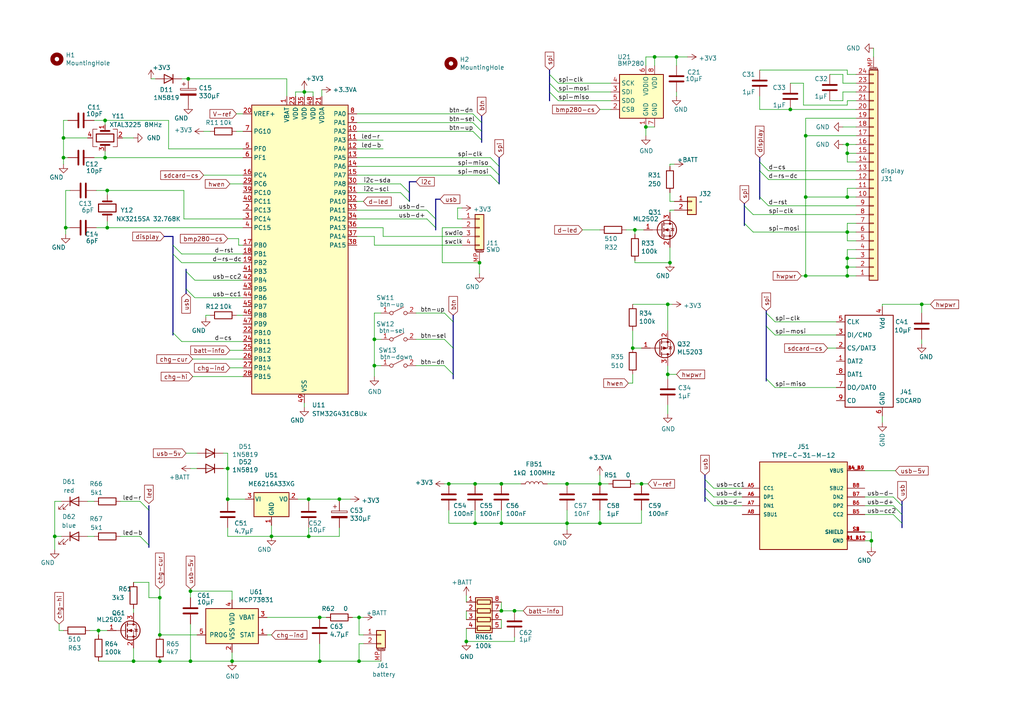
<source format=kicad_sch>
(kicad_sch (version 20230121) (generator eeschema)
  (paper "A4")
  (junction (at 252.73 156.845))
  (junction (at 46.355 184.15))
  (junction (at 183.515 100.965))
  (junction (at 89.535 144.78))
  (junction (at 245.745 44.45))
  (junction (at 98.425 144.78))
  (junction (at 187.325 36.83))
  (junction (at 267.335 88.265))
  (junction (at 145.415 140.335))
  (junction (at 54.61 22.86))
  (junction (at 31.115 66.04))
  (junction (at 30.48 45.72))
  (junction (at 15.875 155.575))
  (junction (at 229.235 31.75))
  (junction (at 137.795 151.765))
  (junction (at 104.14 191.77))
  (junction (at 55.245 171.45))
  (junction (at 173.99 151.765))
  (junction (at 193.675 88.265))
  (junction (at 139.065 76.2))
  (junction (at 18.415 45.72))
  (junction (at 130.175 140.335))
  (junction (at 245.745 74.93))
  (junction (at 137.795 140.335))
  (junction (at 38.735 191.77))
  (junction (at 88.265 26.67))
  (junction (at 104.14 179.07))
  (junction (at 66.04 135.89))
  (junction (at 19.05 66.04))
  (junction (at 245.745 57.15))
  (junction (at 31.115 55.245))
  (junction (at 233.68 39.37))
  (junction (at 196.215 16.51))
  (junction (at 66.04 144.78))
  (junction (at 233.68 80.01))
  (junction (at 194.31 76.2))
  (junction (at 245.745 77.47))
  (junction (at 245.745 67.31))
  (junction (at 135.255 186.055))
  (junction (at 92.71 191.77))
  (junction (at 245.745 80.01))
  (junction (at 149.225 177.165))
  (junction (at 46.355 173.355))
  (junction (at 18.415 40.005))
  (junction (at 164.465 151.765))
  (junction (at 78.74 155.575))
  (junction (at 145.415 177.165))
  (junction (at 108.585 106.045))
  (junction (at 164.465 140.335))
  (junction (at 245.745 41.91))
  (junction (at 108.585 98.425))
  (junction (at 145.415 151.765))
  (junction (at 233.68 57.15))
  (junction (at 55.245 191.77))
  (junction (at 92.71 179.07))
  (junction (at 30.48 34.925))
  (junction (at 173.99 140.335))
  (junction (at 67.31 191.77))
  (junction (at 46.355 191.77))
  (junction (at 189.865 16.51))
  (junction (at 89.535 155.575))
  (junction (at 184.15 66.675))
  (junction (at 28.575 182.88))
  (junction (at 186.055 140.335))
  (junction (at 193.675 108.585))
  (bus_entry (at 222.25 109.855) (size 2.54 2.54))
  (bus_entry (at 53.975 83.82) (size 2.54 2.54))
  (bus_entry (at 128.905 98.425) (size 2.54 2.54))
  (bus_entry (at 220.345 46.99) (size 2.54 2.54))
  (bus_entry (at 40.64 145.415) (size 2.54 2.54))
  (bus_entry (at 159.385 26.67) (size 2.54 2.54))
  (bus_entry (at 222.25 94.615) (size 2.54 2.54))
  (bus_entry (at 137.16 33.02) (size 2.54 2.54))
  (bus_entry (at 159.385 21.59) (size 2.54 2.54))
  (bus_entry (at 222.25 90.805) (size 2.54 2.54))
  (bus_entry (at 50.165 71.12) (size 2.54 2.54))
  (bus_entry (at 259.08 149.225) (size 2.54 2.54))
  (bus_entry (at 220.345 49.53) (size 2.54 2.54))
  (bus_entry (at 123.825 60.96) (size 2.54 2.54))
  (bus_entry (at 215.9 59.69) (size 2.54 2.54))
  (bus_entry (at 40.64 155.575) (size 2.54 2.54))
  (bus_entry (at 204.47 139.065) (size 2.54 2.54))
  (bus_entry (at 53.975 78.74) (size 2.54 2.54))
  (bus_entry (at 142.24 48.26) (size 2.54 2.54))
  (bus_entry (at 204.47 144.145) (size 2.54 2.54))
  (bus_entry (at 128.905 90.805) (size 2.54 2.54))
  (bus_entry (at 137.16 38.1) (size 2.54 2.54))
  (bus_entry (at 204.47 141.605) (size 2.54 2.54))
  (bus_entry (at 123.825 63.5) (size 2.54 2.54))
  (bus_entry (at 142.24 45.72) (size 2.54 2.54))
  (bus_entry (at 116.205 53.34) (size 2.54 2.54))
  (bus_entry (at 220.345 57.15) (size 2.54 2.54))
  (bus_entry (at 215.9 64.77) (size 2.54 2.54))
  (bus_entry (at 50.165 96.52) (size 2.54 2.54))
  (bus_entry (at 159.385 24.13) (size 2.54 2.54))
  (bus_entry (at 259.08 146.685) (size 2.54 2.54))
  (bus_entry (at 259.08 144.145) (size 2.54 2.54))
  (bus_entry (at 137.16 35.56) (size 2.54 2.54))
  (bus_entry (at 142.24 50.8) (size 2.54 2.54))
  (bus_entry (at 116.205 55.88) (size 2.54 2.54))
  (bus_entry (at 128.905 106.045) (size 2.54 2.54))
  (bus_entry (at 50.165 73.66) (size 2.54 2.54))
  (wire (pts (xy 27.305 34.925) (xy 30.48 34.925)))
  (wire (pts (xy 34.925 155.575) (xy 40.64 155.575)))
  (wire (pts (xy 30.48 45.72) (xy 70.485 45.72)))
  (wire (pts (xy 52.705 76.2) (xy 70.485 76.2)))
  (wire (pts (xy 245.745 74.93) (xy 248.285 74.93)))
  (wire (pts (xy 88.265 26.67) (xy 90.805 26.67)))
  (wire (pts (xy 135.255 177.165) (xy 135.255 179.705)))
  (wire (pts (xy 31.115 55.245) (xy 53.34 55.245)))
  (wire (pts (xy 19.05 55.245) (xy 20.32 55.245)))
  (wire (pts (xy 31.115 64.135) (xy 31.115 66.04)))
  (bus (pts (xy 159.385 20.32) (xy 159.385 21.59)))
  (wire (pts (xy 244.475 41.91) (xy 245.745 41.91)))
  (wire (pts (xy 194.31 55.88) (xy 194.31 58.42)))
  (wire (pts (xy 30.48 34.925) (xy 48.895 34.925)))
  (wire (pts (xy 253.365 13.97) (xy 253.365 16.51)))
  (wire (pts (xy 85.725 26.67) (xy 85.725 27.94)))
  (wire (pts (xy 66.675 106.68) (xy 70.485 106.68)))
  (wire (pts (xy 104.14 191.77) (xy 104.14 186.69)))
  (bus (pts (xy 126.365 63.5) (xy 126.365 66.04)))
  (wire (pts (xy 189.865 19.05) (xy 189.865 16.51)))
  (wire (pts (xy 68.58 91.44) (xy 70.485 91.44)))
  (wire (pts (xy 28.575 191.77) (xy 38.735 191.77)))
  (bus (pts (xy 50.165 96.52) (xy 50.165 97.155)))
  (wire (pts (xy 173.99 137.795) (xy 173.99 140.335)))
  (wire (pts (xy 69.215 71.12) (xy 70.485 71.12)))
  (bus (pts (xy 144.78 50.8) (xy 144.78 53.34)))
  (wire (pts (xy 145.415 177.165) (xy 149.225 177.165)))
  (wire (pts (xy 186.055 140.335) (xy 187.96 140.335)))
  (bus (pts (xy 50.165 68.58) (xy 50.165 71.12)))
  (wire (pts (xy 182.245 111.125) (xy 183.515 111.125)))
  (wire (pts (xy 173.99 151.765) (xy 186.055 151.765)))
  (wire (pts (xy 193.675 106.045) (xy 193.675 108.585)))
  (wire (pts (xy 108.585 90.805) (xy 108.585 98.425)))
  (wire (pts (xy 195.58 60.96) (xy 194.31 60.96)))
  (wire (pts (xy 233.68 39.37) (xy 248.285 39.37)))
  (wire (pts (xy 248.285 31.75) (xy 229.235 31.75)))
  (wire (pts (xy 66.04 155.575) (xy 78.74 155.575)))
  (wire (pts (xy 19.05 66.04) (xy 20.32 66.04)))
  (wire (pts (xy 15.875 145.415) (xy 17.78 145.415)))
  (bus (pts (xy 50.165 71.12) (xy 50.165 73.66)))
  (wire (pts (xy 103.505 68.58) (xy 108.585 68.58)))
  (wire (pts (xy 220.345 20.32) (xy 245.745 20.32)))
  (wire (pts (xy 92.71 191.77) (xy 104.14 191.77)))
  (wire (pts (xy 196.215 16.51) (xy 199.39 16.51)))
  (wire (pts (xy 103.505 66.04) (xy 111.125 66.04)))
  (wire (pts (xy 77.47 184.15) (xy 78.74 184.15)))
  (bus (pts (xy 222.25 109.855) (xy 222.25 110.49)))
  (wire (pts (xy 46.355 184.15) (xy 57.15 184.15)))
  (bus (pts (xy 159.385 24.13) (xy 159.385 26.67)))
  (wire (pts (xy 164.465 147.955) (xy 164.465 151.765)))
  (wire (pts (xy 111.125 66.04) (xy 111.125 68.58)))
  (wire (pts (xy 158.75 140.335) (xy 164.465 140.335)))
  (wire (pts (xy 245.745 54.61) (xy 245.745 57.15)))
  (wire (pts (xy 30.48 43.815) (xy 30.48 45.72)))
  (bus (pts (xy 118.745 58.42) (xy 118.745 55.88)))
  (bus (pts (xy 127.635 57.785) (xy 126.365 57.785)))
  (bus (pts (xy 222.25 90.805) (xy 222.25 94.615)))
  (wire (pts (xy 103.505 48.26) (xy 142.24 48.26)))
  (wire (pts (xy 250.825 136.525) (xy 259.715 136.525)))
  (wire (pts (xy 25.4 145.415) (xy 27.305 145.415)))
  (bus (pts (xy 204.47 144.145) (xy 204.47 145.415)))
  (wire (pts (xy 15.875 155.575) (xy 17.78 155.575)))
  (wire (pts (xy 54.61 22.86) (xy 83.185 22.86)))
  (wire (pts (xy 245.745 44.45) (xy 245.745 46.99)))
  (wire (pts (xy 149.225 186.055) (xy 149.225 184.785)))
  (wire (pts (xy 145.415 140.335) (xy 151.13 140.335)))
  (wire (pts (xy 245.745 20.32) (xy 245.745 21.59)))
  (wire (pts (xy 108.585 68.58) (xy 108.585 71.12)))
  (wire (pts (xy 18.415 45.72) (xy 18.415 47.625)))
  (wire (pts (xy 240.665 21.59) (xy 244.475 21.59)))
  (wire (pts (xy 18.415 40.005) (xy 18.415 45.72)))
  (wire (pts (xy 173.99 140.335) (xy 176.53 140.335)))
  (wire (pts (xy 92.71 186.69) (xy 92.71 191.77)))
  (wire (pts (xy 250.825 144.145) (xy 259.08 144.145)))
  (wire (pts (xy 128.27 66.04) (xy 133.985 66.04)))
  (wire (pts (xy 88.265 116.84) (xy 88.265 118.11)))
  (wire (pts (xy 103.505 60.96) (xy 123.825 60.96)))
  (wire (pts (xy 248.285 49.53) (xy 222.885 49.53)))
  (wire (pts (xy 248.285 44.45) (xy 245.745 44.45)))
  (wire (pts (xy 132.715 60.325) (xy 132.715 63.5)))
  (wire (pts (xy 240.665 29.21) (xy 244.475 29.21)))
  (wire (pts (xy 187.325 19.05) (xy 187.325 16.51)))
  (wire (pts (xy 59.69 91.44) (xy 59.69 92.075)))
  (wire (pts (xy 26.035 182.88) (xy 28.575 182.88)))
  (wire (pts (xy 233.68 80.01) (xy 245.745 80.01)))
  (wire (pts (xy 145.415 147.955) (xy 145.415 151.765)))
  (wire (pts (xy 248.285 59.69) (xy 222.885 59.69)))
  (wire (pts (xy 245.745 21.59) (xy 248.285 21.59)))
  (wire (pts (xy 53.34 63.5) (xy 70.485 63.5)))
  (wire (pts (xy 186.055 100.965) (xy 183.515 100.965)))
  (wire (pts (xy 194.945 88.265) (xy 193.675 88.265)))
  (wire (pts (xy 173.99 147.955) (xy 173.99 151.765)))
  (bus (pts (xy 118.745 52.705) (xy 120.65 52.705)))
  (wire (pts (xy 135.255 182.245) (xy 135.255 186.055)))
  (bus (pts (xy 220.345 45.72) (xy 220.345 46.99)))
  (wire (pts (xy 245.745 67.31) (xy 245.745 64.77)))
  (wire (pts (xy 90.805 26.67) (xy 90.805 27.94)))
  (wire (pts (xy 104.14 179.07) (xy 105.41 179.07)))
  (wire (pts (xy 103.505 55.88) (xy 116.205 55.88)))
  (wire (pts (xy 245.745 46.99) (xy 248.285 46.99)))
  (wire (pts (xy 137.795 147.955) (xy 137.795 151.765)))
  (wire (pts (xy 130.175 140.335) (xy 137.795 140.335)))
  (bus (pts (xy 139.7 38.1) (xy 139.7 40.64)))
  (wire (pts (xy 194.31 47.625) (xy 195.58 47.625)))
  (wire (pts (xy 184.15 66.675) (xy 184.15 67.945)))
  (wire (pts (xy 53.34 55.245) (xy 53.34 63.5)))
  (wire (pts (xy 193.675 117.475) (xy 193.675 120.015)))
  (wire (pts (xy 193.675 108.585) (xy 193.675 109.855)))
  (wire (pts (xy 193.675 108.585) (xy 196.215 108.585)))
  (wire (pts (xy 161.925 26.67) (xy 177.165 26.67)))
  (wire (pts (xy 52.705 73.66) (xy 70.485 73.66)))
  (wire (pts (xy 69.215 69.215) (xy 69.215 71.12)))
  (bus (pts (xy 204.47 139.065) (xy 204.47 141.605)))
  (bus (pts (xy 144.78 45.72) (xy 144.78 48.26)))
  (wire (pts (xy 196.215 16.51) (xy 196.215 19.05)))
  (wire (pts (xy 218.44 67.31) (xy 245.745 67.31)))
  (wire (pts (xy 189.865 16.51) (xy 196.215 16.51)))
  (wire (pts (xy 77.47 179.07) (xy 92.71 179.07)))
  (wire (pts (xy 18.415 34.925) (xy 18.415 40.005)))
  (wire (pts (xy 137.795 140.335) (xy 145.415 140.335)))
  (bus (pts (xy 118.745 55.88) (xy 118.745 52.705)))
  (wire (pts (xy 222.885 52.07) (xy 248.285 52.07)))
  (wire (pts (xy 189.865 36.83) (xy 187.325 36.83)))
  (wire (pts (xy 161.925 29.21) (xy 177.165 29.21)))
  (bus (pts (xy 261.62 146.685) (xy 261.62 149.225)))
  (wire (pts (xy 103.505 38.1) (xy 137.16 38.1)))
  (wire (pts (xy 55.245 135.89) (xy 57.15 135.89)))
  (wire (pts (xy 194.31 60.96) (xy 194.31 61.595)))
  (wire (pts (xy 103.505 35.56) (xy 137.16 35.56)))
  (wire (pts (xy 233.045 24.13) (xy 233.045 30.48)))
  (wire (pts (xy 15.875 155.575) (xy 15.875 145.415)))
  (wire (pts (xy 48.895 34.925) (xy 48.895 43.18)))
  (wire (pts (xy 89.535 144.78) (xy 98.425 144.78)))
  (wire (pts (xy 233.68 34.29) (xy 248.285 34.29)))
  (wire (pts (xy 88.265 26.035) (xy 88.265 26.67)))
  (wire (pts (xy 186.055 151.765) (xy 186.055 147.955)))
  (wire (pts (xy 233.68 34.29) (xy 233.68 39.37)))
  (wire (pts (xy 108.585 106.045) (xy 108.585 109.22)))
  (wire (pts (xy 161.925 24.13) (xy 177.165 24.13)))
  (wire (pts (xy 43.815 22.86) (xy 45.085 22.86)))
  (wire (pts (xy 38.735 168.91) (xy 43.18 168.91)))
  (wire (pts (xy 35.56 40.005) (xy 38.735 40.005)))
  (wire (pts (xy 130.175 147.955) (xy 130.175 151.765)))
  (wire (pts (xy 184.15 76.2) (xy 184.15 75.565)))
  (wire (pts (xy 67.31 191.77) (xy 67.31 189.23)))
  (wire (pts (xy 245.745 72.39) (xy 248.285 72.39)))
  (wire (pts (xy 66.04 144.78) (xy 71.12 144.78)))
  (wire (pts (xy 27.94 55.245) (xy 31.115 55.245)))
  (wire (pts (xy 108.585 71.12) (xy 133.985 71.12)))
  (wire (pts (xy 55.245 171.45) (xy 55.245 173.355)))
  (bus (pts (xy 144.78 48.26) (xy 144.78 50.8)))
  (wire (pts (xy 52.705 99.06) (xy 70.485 99.06)))
  (wire (pts (xy 30.48 45.72) (xy 27.305 45.72)))
  (wire (pts (xy 66.04 69.215) (xy 69.215 69.215)))
  (wire (pts (xy 183.515 88.265) (xy 193.675 88.265)))
  (bus (pts (xy 159.385 21.59) (xy 159.385 24.13)))
  (wire (pts (xy 31.115 66.04) (xy 27.94 66.04)))
  (wire (pts (xy 104.14 186.69) (xy 105.41 186.69)))
  (wire (pts (xy 55.88 109.22) (xy 70.485 109.22)))
  (wire (pts (xy 103.505 45.72) (xy 142.24 45.72)))
  (bus (pts (xy 139.7 40.64) (xy 139.7 41.275)))
  (wire (pts (xy 89.535 144.78) (xy 89.535 145.415)))
  (wire (pts (xy 233.045 30.48) (xy 245.745 30.48)))
  (wire (pts (xy 194.31 47.625) (xy 194.31 48.26)))
  (wire (pts (xy 55.245 180.975) (xy 55.245 191.77)))
  (wire (pts (xy 207.01 144.145) (xy 215.265 144.145)))
  (wire (pts (xy 139.065 76.2) (xy 139.065 79.375)))
  (bus (pts (xy 131.445 91.44) (xy 131.445 93.345)))
  (wire (pts (xy 85.725 26.67) (xy 88.265 26.67)))
  (wire (pts (xy 108.585 98.425) (xy 110.49 98.425)))
  (wire (pts (xy 196.215 26.67) (xy 196.215 27.94)))
  (wire (pts (xy 194.31 76.2) (xy 184.15 76.2)))
  (wire (pts (xy 164.465 140.335) (xy 173.99 140.335)))
  (wire (pts (xy 92.71 191.77) (xy 67.31 191.77)))
  (wire (pts (xy 244.475 26.67) (xy 248.285 26.67)))
  (wire (pts (xy 78.74 152.4) (xy 78.74 155.575)))
  (wire (pts (xy 46.355 170.815) (xy 46.355 173.355)))
  (wire (pts (xy 88.265 26.67) (xy 88.265 27.94)))
  (wire (pts (xy 184.15 140.335) (xy 186.055 140.335)))
  (wire (pts (xy 183.515 111.125) (xy 183.515 108.585)))
  (wire (pts (xy 52.705 22.86) (xy 54.61 22.86)))
  (wire (pts (xy 105.41 184.15) (xy 104.14 184.15)))
  (wire (pts (xy 255.905 120.65) (xy 255.905 122.555)))
  (wire (pts (xy 78.74 155.575) (xy 89.535 155.575)))
  (bus (pts (xy 220.345 57.15) (xy 220.345 57.785)))
  (wire (pts (xy 38.735 187.96) (xy 38.735 191.77)))
  (wire (pts (xy 38.735 176.53) (xy 38.735 177.8)))
  (wire (pts (xy 135.255 172.72) (xy 135.255 174.625)))
  (wire (pts (xy 66.675 53.34) (xy 70.485 53.34)))
  (wire (pts (xy 255.905 88.9) (xy 255.905 88.265)))
  (bus (pts (xy 131.445 93.345) (xy 131.445 100.965)))
  (wire (pts (xy 173.99 31.75) (xy 177.165 31.75)))
  (wire (pts (xy 103.505 43.18) (xy 111.125 43.18)))
  (wire (pts (xy 56.515 86.36) (xy 70.485 86.36)))
  (wire (pts (xy 267.335 90.805) (xy 267.335 88.265)))
  (wire (pts (xy 19.685 34.925) (xy 18.415 34.925)))
  (wire (pts (xy 83.185 22.86) (xy 83.185 27.94)))
  (wire (pts (xy 187.325 16.51) (xy 189.865 16.51)))
  (wire (pts (xy 245.745 29.21) (xy 248.285 29.21)))
  (wire (pts (xy 245.745 41.91) (xy 245.745 44.45)))
  (wire (pts (xy 43.18 173.355) (xy 46.355 173.355)))
  (wire (pts (xy 128.27 66.04) (xy 128.27 76.2)))
  (wire (pts (xy 25.4 155.575) (xy 27.305 155.575)))
  (wire (pts (xy 145.415 151.765) (xy 164.465 151.765)))
  (wire (pts (xy 66.04 153.035) (xy 66.04 155.575)))
  (wire (pts (xy 245.745 54.61) (xy 248.285 54.61)))
  (bus (pts (xy 43.18 147.955) (xy 43.18 158.115)))
  (wire (pts (xy 245.745 72.39) (xy 245.745 74.93)))
  (wire (pts (xy 193.675 88.265) (xy 193.675 95.885)))
  (wire (pts (xy 103.505 58.42) (xy 105.41 58.42)))
  (bus (pts (xy 215.9 64.77) (xy 215.9 65.405)))
  (bus (pts (xy 126.365 57.785) (xy 126.365 63.5)))
  (bus (pts (xy 220.345 49.53) (xy 220.345 57.15)))
  (wire (pts (xy 89.535 155.575) (xy 89.535 153.035)))
  (wire (pts (xy 104.14 184.15) (xy 104.14 179.07)))
  (wire (pts (xy 252.73 156.845) (xy 252.73 158.75)))
  (wire (pts (xy 248.285 69.85) (xy 245.745 69.85)))
  (wire (pts (xy 187.325 39.37) (xy 187.325 36.83)))
  (wire (pts (xy 250.825 149.225) (xy 259.08 149.225)))
  (wire (pts (xy 60.96 91.44) (xy 59.69 91.44)))
  (wire (pts (xy 31.115 55.245) (xy 31.115 56.515)))
  (wire (pts (xy 245.745 77.47) (xy 245.745 80.01)))
  (wire (pts (xy 111.125 68.58) (xy 133.985 68.58)))
  (wire (pts (xy 252.73 154.305) (xy 252.73 156.845)))
  (wire (pts (xy 59.055 50.8) (xy 70.485 50.8)))
  (bus (pts (xy 53.975 78.105) (xy 53.975 78.74)))
  (wire (pts (xy 108.585 106.045) (xy 110.49 106.045)))
  (bus (pts (xy 204.47 141.605) (xy 204.47 144.145)))
  (wire (pts (xy 53.975 131.445) (xy 57.15 131.445)))
  (wire (pts (xy 207.01 141.605) (xy 215.265 141.605)))
  (bus (pts (xy 220.345 46.99) (xy 220.345 49.53)))
  (wire (pts (xy 164.465 151.765) (xy 164.465 153.67)))
  (wire (pts (xy 19.05 67.945) (xy 19.05 66.04)))
  (wire (pts (xy 18.415 40.005) (xy 25.4 40.005)))
  (wire (pts (xy 224.79 93.345) (xy 242.57 93.345)))
  (bus (pts (xy 131.445 100.965) (xy 131.445 108.585)))
  (wire (pts (xy 164.465 151.765) (xy 173.99 151.765)))
  (wire (pts (xy 233.68 57.15) (xy 245.745 57.15)))
  (bus (pts (xy 261.62 151.765) (xy 261.62 153.035)))
  (wire (pts (xy 244.475 29.21) (xy 244.475 26.67)))
  (wire (pts (xy 56.515 81.28) (xy 70.485 81.28)))
  (wire (pts (xy 92.71 179.07) (xy 94.615 179.07)))
  (wire (pts (xy 220.345 31.75) (xy 220.345 27.94)))
  (wire (pts (xy 17.145 182.88) (xy 17.145 180.975)))
  (wire (pts (xy 145.415 174.625) (xy 145.415 177.165)))
  (wire (pts (xy 245.745 64.77) (xy 248.285 64.77)))
  (wire (pts (xy 128.905 140.335) (xy 130.175 140.335)))
  (wire (pts (xy 46.355 191.77) (xy 55.245 191.77)))
  (wire (pts (xy 245.745 30.48) (xy 245.745 29.21)))
  (bus (pts (xy 261.62 145.415) (xy 261.62 146.685)))
  (bus (pts (xy 43.18 146.685) (xy 43.18 147.955)))
  (bus (pts (xy 204.47 137.795) (xy 204.47 139.065)))
  (wire (pts (xy 133.985 60.325) (xy 132.715 60.325)))
  (wire (pts (xy 244.475 21.59) (xy 244.475 24.13)))
  (wire (pts (xy 224.79 97.155) (xy 242.57 97.155)))
  (wire (pts (xy 245.745 57.15) (xy 248.285 57.15)))
  (bus (pts (xy 50.165 73.66) (xy 50.165 96.52)))
  (wire (pts (xy 181.61 66.675) (xy 184.15 66.675)))
  (wire (pts (xy 135.255 186.055) (xy 149.225 186.055)))
  (wire (pts (xy 248.285 67.31) (xy 245.745 67.31)))
  (wire (pts (xy 48.895 43.18) (xy 70.485 43.18)))
  (wire (pts (xy 149.225 177.165) (xy 151.765 177.165)))
  (wire (pts (xy 28.575 182.88) (xy 31.115 182.88)))
  (wire (pts (xy 18.415 182.88) (xy 17.145 182.88)))
  (wire (pts (xy 137.795 151.765) (xy 145.415 151.765)))
  (bus (pts (xy 126.365 66.04) (xy 126.365 66.675)))
  (wire (pts (xy 240.03 100.965) (xy 242.57 100.965)))
  (bus (pts (xy 131.445 108.585) (xy 131.445 109.855)))
  (wire (pts (xy 120.65 98.425) (xy 128.905 98.425)))
  (bus (pts (xy 47.625 68.58) (xy 50.165 68.58)))
  (wire (pts (xy 86.36 144.78) (xy 89.535 144.78)))
  (wire (pts (xy 224.79 112.395) (xy 242.57 112.395)))
  (wire (pts (xy 98.425 144.78) (xy 101.6 144.78)))
  (wire (pts (xy 55.245 191.77) (xy 67.31 191.77)))
  (wire (pts (xy 194.31 58.42) (xy 195.58 58.42)))
  (wire (pts (xy 30.48 34.925) (xy 30.48 36.195)))
  (wire (pts (xy 98.425 144.78) (xy 98.425 145.415)))
  (wire (pts (xy 89.535 155.575) (xy 98.425 155.575)))
  (wire (pts (xy 102.235 179.07) (xy 104.14 179.07)))
  (wire (pts (xy 250.825 154.305) (xy 252.73 154.305)))
  (wire (pts (xy 18.415 45.72) (xy 19.685 45.72)))
  (wire (pts (xy 245.745 69.85) (xy 245.745 67.31)))
  (wire (pts (xy 248.285 77.47) (xy 245.745 77.47)))
  (wire (pts (xy 103.505 53.34) (xy 116.205 53.34)))
  (wire (pts (xy 245.745 80.01) (xy 248.285 80.01)))
  (wire (pts (xy 132.715 63.5) (xy 133.985 63.5)))
  (wire (pts (xy 229.235 24.13) (xy 233.045 24.13)))
  (wire (pts (xy 184.15 66.675) (xy 186.69 66.675)))
  (wire (pts (xy 168.91 66.675) (xy 173.99 66.675)))
  (wire (pts (xy 55.245 171.45) (xy 67.31 171.45)))
  (wire (pts (xy 183.515 100.965) (xy 183.515 95.885)))
  (bus (pts (xy 139.7 33.655) (xy 139.7 35.56)))
  (wire (pts (xy 110.49 90.805) (xy 108.585 90.805)))
  (wire (pts (xy 19.05 66.04) (xy 19.05 55.245)))
  (wire (pts (xy 55.245 170.815) (xy 55.245 171.45)))
  (wire (pts (xy 245.745 41.91) (xy 248.285 41.91)))
  (wire (pts (xy 250.825 156.845) (xy 252.73 156.845)))
  (wire (pts (xy 64.77 135.89) (xy 66.04 135.89)))
  (wire (pts (xy 207.01 146.685) (xy 215.265 146.685)))
  (bus (pts (xy 222.25 90.17) (xy 222.25 90.805)))
  (bus (pts (xy 139.7 35.56) (xy 139.7 38.1)))
  (wire (pts (xy 255.905 88.265) (xy 267.335 88.265)))
  (bus (pts (xy 215.9 59.69) (xy 215.9 64.77)))
  (wire (pts (xy 28.575 182.88) (xy 28.575 184.15)))
  (wire (pts (xy 66.04 144.78) (xy 66.04 145.415)))
  (wire (pts (xy 68.58 33.02) (xy 70.485 33.02)))
  (wire (pts (xy 120.65 106.045) (xy 128.905 106.045)))
  (wire (pts (xy 232.41 80.01) (xy 233.68 80.01)))
  (wire (pts (xy 104.14 191.77) (xy 110.49 191.77)))
  (bus (pts (xy 222.25 94.615) (xy 222.25 109.855)))
  (wire (pts (xy 103.505 50.8) (xy 142.24 50.8)))
  (wire (pts (xy 267.335 98.425) (xy 267.335 99.695)))
  (bus (pts (xy 261.62 149.225) (xy 261.62 151.765)))
  (wire (pts (xy 46.355 173.355) (xy 46.355 184.15)))
  (bus (pts (xy 215.9 59.055) (xy 215.9 59.69)))
  (wire (pts (xy 244.475 24.13) (xy 248.285 24.13)))
  (wire (pts (xy 103.505 33.02) (xy 137.16 33.02)))
  (wire (pts (xy 233.68 39.37) (xy 233.68 57.15)))
  (wire (pts (xy 130.175 151.765) (xy 137.795 151.765)))
  (wire (pts (xy 194.31 71.755) (xy 194.31 76.2)))
  (wire (pts (xy 120.65 90.805) (xy 128.905 90.805)))
  (wire (pts (xy 103.505 40.64) (xy 111.125 40.64)))
  (wire (pts (xy 38.735 191.77) (xy 46.355 191.77)))
  (wire (pts (xy 229.235 31.75) (xy 220.345 31.75)))
  (wire (pts (xy 31.115 66.04) (xy 70.485 66.04)))
  (wire (pts (xy 93.345 26.035) (xy 93.345 27.94)))
  (wire (pts (xy 66.04 135.89) (xy 66.04 144.78)))
  (wire (pts (xy 34.925 145.415) (xy 40.64 145.415)))
  (wire (pts (xy 15.875 159.385) (xy 15.875 155.575)))
  (wire (pts (xy 108.585 98.425) (xy 108.585 106.045)))
  (bus (pts (xy 53.975 78.74) (xy 53.975 83.82)))
  (bus (pts (xy 43.18 158.115) (xy 43.18 158.75)))
  (wire (pts (xy 43.18 168.91) (xy 43.18 173.355)))
  (wire (pts (xy 59.055 38.1) (xy 60.96 38.1)))
  (wire (pts (xy 218.44 62.23) (xy 248.285 62.23)))
  (wire (pts (xy 244.475 36.83) (xy 248.285 36.83)))
  (wire (pts (xy 55.88 104.14) (xy 70.485 104.14)))
  (wire (pts (xy 67.31 171.45) (xy 67.31 173.99)))
  (wire (pts (xy 233.68 57.15) (xy 233.68 80.01)))
  (bus (pts (xy 159.385 26.67) (xy 159.385 29.21)))
  (wire (pts (xy 103.505 63.5) (xy 123.825 63.5)))
  (wire (pts (xy 245.745 74.93) (xy 245.745 77.47)))
  (wire (pts (xy 64.77 131.445) (xy 66.04 131.445)))
  (wire (pts (xy 128.27 76.2) (xy 139.065 76.2)))
  (wire (pts (xy 267.335 88.265) (xy 269.875 88.265)))
  (wire (pts (xy 98.425 155.575) (xy 98.425 153.035)))
  (wire (pts (xy 66.04 131.445) (xy 66.04 135.89)))
  (wire (pts (xy 68.58 38.1) (xy 70.485 38.1)))
  (wire (pts (xy 145.415 179.705) (xy 145.415 182.245)))
  (wire (pts (xy 66.675 101.6) (xy 70.485 101.6)))
  (bus (pts (xy 53.975 83.82) (xy 53.975 85.09)))
  (wire (pts (xy 250.825 146.685) (xy 259.08 146.685)))
  (label "swdio" (at 128.905 68.58 0))
  (label "btn-sel" (at 121.92 98.425 0))
  (label "usb-d+" (at 207.645 144.145 0))
  (label "spi-clk" (at 161.925 24.13 0))
  (label "led-b" (at 35.56 155.575 0))
  (label "usb-d+" (at 251.46 146.685 0))
  (label "spi-clk" (at 224.79 93.345 0))
  (label "d-cs" (at 222.885 49.53 0))
  (label "d-rs-dc" (at 61.595 76.2 0))
  (label "usb-cc2" (at 251.46 149.225 0))
  (label "btn-dn" (at 121.92 106.045 0))
  (label "spi-mosi" (at 222.885 67.31 0))
  (label "led-r" (at 104.775 40.64 0))
  (label "spi-miso" (at 224.79 112.395 0))
  (label "d-rst" (at 222.885 59.69 0))
  (label "usb-d-" (at 251.46 144.145 0))
  (label "usb-cc1" (at 61.595 86.36 0))
  (label "spi-mosi" (at 224.79 97.155 0))
  (label "spi-mosi" (at 132.715 50.8 0))
  (label "btn-dn" (at 130.175 33.02 0))
  (label "led-b" (at 104.775 43.18 0))
  (label "spi-clk" (at 222.885 62.23 0))
  (label "d-rs-dc" (at 222.885 52.07 0))
  (label "usb-d-" (at 115.57 60.96 0))
  (label "i2c-scl" (at 105.41 55.88 0))
  (label "usb-d+" (at 115.57 63.5 0))
  (label "usb-cc2" (at 61.595 81.28 0))
  (label "spi-mosi" (at 161.925 26.67 0))
  (label "i2c-sda" (at 105.41 53.34 0))
  (label "spi-clk" (at 132.715 45.72 0))
  (label "swclk" (at 128.905 71.12 0))
  (label "usb-d-" (at 207.645 146.685 0))
  (label "usb-cc1" (at 207.645 141.605 0))
  (label "btn-up" (at 121.92 90.805 0))
  (label "btn-sel" (at 130.175 35.56 0))
  (label "d-cs" (at 62.23 99.06 0))
  (label "d-rst" (at 62.23 73.66 0))
  (label "led-r" (at 35.56 145.415 0))
  (label "spi-miso" (at 161.925 29.21 0))
  (label "spi-miso" (at 132.715 48.26 0))
  (label "btn-up" (at 130.175 38.1 0))
  (global_label "usb" (shape input) (at 261.62 145.415 90) (property "Intersheetrefs" "${INTERSHEET_REFS}" (effects hide)))
  (global_label "usb-5v" (shape input) (at 53.975 131.445 180) (property "Intersheetrefs" "${INTERSHEET_REFS}" (effects hide)))
  (global_label "d-led" (shape input) (at 105.41 58.42 0) (property "Intersheetrefs" "${INTERSHEET_REFS}" (effects hide)))
  (global_label "hwpwr" (shape input) (at 196.215 108.585 0) (property "Intersheetrefs" "${INTERSHEET_REFS}" (effects hide)))
  (global_label "chg-ind" (shape input) (at 78.74 184.15 0) (property "Intersheetrefs" "${INTERSHEET_REFS}" (effects hide)))
  (global_label "usb" (shape input) (at 53.975 85.09 270) (property "Intersheetrefs" "${INTERSHEET_REFS}" (effects hide)))
  (global_label "btn" (shape input) (at 131.445 91.44 90) (property "Intersheetrefs" "${INTERSHEET_REFS}" (effects hide)))
  (global_label "batt-info" (shape input) (at 151.765 177.165 0) (property "Intersheetrefs" "${INTERSHEET_REFS}" (effects hide)))
  (global_label "bmp280-cs" (shape input) (at 173.99 31.75 180) (property "Intersheetrefs" "${INTERSHEET_REFS}" (effects hide)))
  (global_label "sdcard-cs" (shape input) (at 59.055 50.8 180) (property "Intersheetrefs" "${INTERSHEET_REFS}" (effects hide)))
  (global_label "d-led" (shape input) (at 168.91 66.675 180) (property "Intersheetrefs" "${INTERSHEET_REFS}" (effects hide)))
  (global_label "V-ref" (shape input) (at 187.96 140.335 0) (property "Intersheetrefs" "${INTERSHEET_REFS}" (effects hide)))
  (global_label "spi" (shape input) (at 144.78 45.72 90) (property "Intersheetrefs" "${INTERSHEET_REFS}" (effects hide)))
  (global_label "btn" (shape input) (at 139.7 33.655 90) (property "Intersheetrefs" "${INTERSHEET_REFS}" (effects hide)))
  (global_label "usb-5v" (shape input) (at 259.715 136.525 0) (property "Intersheetrefs" "${INTERSHEET_REFS}" (effects hide)))
  (global_label "chg-cur" (shape input) (at 46.355 170.815 90) (property "Intersheetrefs" "${INTERSHEET_REFS}" (effects hide)))
  (global_label "bmp280-cs" (shape input) (at 66.04 69.215 180) (property "Intersheetrefs" "${INTERSHEET_REFS}" (effects hide)))
  (global_label "spi" (shape input) (at 222.25 90.17 90) (property "Intersheetrefs" "${INTERSHEET_REFS}" (effects hide)))
  (global_label "chg-ind" (shape input) (at 66.675 106.68 180) (property "Intersheetrefs" "${INTERSHEET_REFS}" (effects hide)))
  (global_label "usb-5v" (shape input) (at 55.245 170.815 90) (property "Intersheetrefs" "${INTERSHEET_REFS}" (effects hide)))
  (global_label "usb" (shape input) (at 204.47 137.795 90) (property "Intersheetrefs" "${INTERSHEET_REFS}" (effects hide)))
  (global_label "V-ref" (shape input) (at 68.58 33.02 180) (property "Intersheetrefs" "${INTERSHEET_REFS}" (effects hide)))
  (global_label "hwpwr" (shape input) (at 269.875 88.265 0) (property "Intersheetrefs" "${INTERSHEET_REFS}" (effects hide)))
  (global_label "display" (shape input) (at 47.625 68.58 180) (property "Intersheetrefs" "${INTERSHEET_REFS}" (effects hide)))
  (global_label "usb" (shape input) (at 127.635 57.785 0) (property "Intersheetrefs" "${INTERSHEET_REFS}" (effects hide)))
  (global_label "batt-info" (shape input) (at 66.675 101.6 180) (property "Intersheetrefs" "${INTERSHEET_REFS}" (effects hide)))
  (global_label "chg-cur" (shape input) (at 55.88 104.14 180) (property "Intersheetrefs" "${INTERSHEET_REFS}" (effects hide)))
  (global_label "hwpwr" (shape input) (at 232.41 80.01 180) (property "Intersheetrefs" "${INTERSHEET_REFS}" (effects hide)))
  (global_label "sdcard-cs" (shape input) (at 240.03 100.965 180) (property "Intersheetrefs" "${INTERSHEET_REFS}" (effects hide)))
  (global_label "spi" (shape input) (at 215.9 59.055 90) (property "Intersheetrefs" "${INTERSHEET_REFS}" (effects hide)))
  (global_label "hwen" (shape input) (at 66.675 53.34 180) (property "Intersheetrefs" "${INTERSHEET_REFS}" (effects hide)))
  (global_label "i2c" (shape input) (at 120.65 52.705 0) (property "Intersheetrefs" "${INTERSHEET_REFS}" (effects hide)))
  (global_label "led" (shape input) (at 43.18 146.05 90) (property "Intersheetrefs" "${INTERSHEET_REFS}" (effects hide)))
  (global_label "spi" (shape input) (at 159.385 20.32 90) (property "Intersheetrefs" "${INTERSHEET_REFS}" (effects hide)))
  (global_label "chg-hi" (shape input) (at 17.145 180.975 90) (property "Intersheetrefs" "${INTERSHEET_REFS}" (effects hide)))
  (global_label "display" (shape input) (at 220.345 45.72 90) (property "Intersheetrefs" "${INTERSHEET_REFS}" (effects hide)))
  (global_label "hwen" (shape input) (at 182.245 111.125 180) (property "Intersheetrefs" "${INTERSHEET_REFS}" (effects hide)))
  (global_label "chg-hi" (shape input) (at 55.88 109.22 180) (property "Intersheetrefs" "${INTERSHEET_REFS}" (effects hide)))
  (symbol (lib_id "Connector_Generic_MountingPin:Conn_01x04_MountingPin") (at 139.065 66.04 0) (unit 1)
    (property "Reference" "J11" (at 140.97 70.485 0) (effects (justify left)))
    (property "Value" "SWD" (at 140.97 72.39 0) (effects (justify left)))
    (property "Footprint" "Connector_Molex:Molex_PicoBlade_53261-0471_1x04-1MP_P1.25mm_Horizontal" (effects hide))
  )
  (symbol (lib_id "power:GND") (at 194.31 76.2 0) (unit 1)
    (property "Reference" "#PWR031" (effects hide))
    (property "Value" "GND" (at 194.31 80.01 0) (effects (justify right)))
  )
  (symbol (lib_id "Device:R") (at 64.77 91.44 90) (unit 1)
    (property "Reference" "R12" (at 63.5 88.9 90) (effects (justify left)))
    (property "Value" "10k" (at 67.31 88.9 90) (effects (justify left)))
    (property "Footprint" "Resistor_SMD:R_0603_1608Metric" (effects hide))
  )
  (symbol (lib_id "Mechanical:MountingHole") (at 130.81 18.415 0) (unit 1)
    (property "Reference" "H2" (at 133.35 17.2466 0) (effects (justify left)))
    (property "Value" "MountingHole" (at 133.35 19.558 0) (effects (justify left)))
    (property "Footprint" "MountingHole:MountingHole_3.2mm_M3" (effects hide))
  )
  (symbol (lib_id "Sensor_Pressure:BMP280") (at 187.325 29.21 0) (unit 1)
    (property "Reference" "U21" (at 179.07 16.51 0) (effects (justify left)))
    (property "Value" "BMP280" (at 179.07 18.415 0) (effects (justify left)))
    (property "Footprint" "Package_LGA:Bosch_LGA-8_2x2.5mm_P0.65mm_ClockwisePinNumbering" (effects hide))
    (property "Datasheet" "https://ae-bst.resource.bosch.com/media/_tech/media/datasheets/BST-BMP280-DS001.pdf" (effects hide))
  )
  (symbol (lib_id "Device:R") (at 22.225 182.88 270) (unit 1)
    (property "Reference" "R63" (at 19.685 187.96 90) (effects (justify left)))
    (property "Value" "510" (at 19.685 185.42 90) (effects (justify left)))
    (property "Footprint" "Resistor_SMD:R_0603_1608Metric" (effects hide))
  )
  (symbol (lib_id "Device:C") (at 240.665 25.4 0) (unit 1)
    (property "Reference" "C32" (at 236.22 22.86 0) (effects (justify left)))
    (property "Value" "1μF" (at 236.22 27.94 0) (effects (justify left)))
    (property "Footprint" "Capacitor_SMD:C_0603_1608Metric" (effects hide))
  )
  (symbol (lib_id "Device:R") (at 180.34 140.335 90) (unit 1)
    (property "Reference" "R51" (at 179.07 137.795 90) (effects (justify left)))
    (property "Value" "0" (at 182.88 137.795 90) (effects (justify left)))
    (property "Footprint" "Resistor_SMD:R_0603_1608Metric" (effects hide))
  )
  (symbol (lib_id "xdeya-rescue:+3.3V-power") (at 88.265 26.035 0) (unit 1)
    (property "Reference" "#PWR014" (effects hide))
    (property "Value" "+3.3V" (at 88.646 22.7838 0) (effects (justify left)))
  )
  (symbol (lib_id "xdeya-rescue:+3.3V-power") (at 59.055 38.1 90) (unit 1)
    (property "Reference" "#PWR019" (effects hide))
    (property "Value" "+3.3V" (at 55.8038 37.719 90) (effects (justify left)))
  )
  (symbol (lib_id "xdeya-rescue:SD_ebay-uSD-push_push_SMD-microsd-ebay") (at 252.095 104.775 0) (mirror y) (unit 1)
    (property "Reference" "J41" (at 260.985 113.665 0) (effects (justify right)))
    (property "Value" "SDCARD" (at 259.715 116.205 0) (effects (justify right)))
    (property "Footprint" "microsd:Conn_uSDcard" (effects hide))
    (property "Datasheet" "_" (effects hide))
    (property "Manf#" "_" (effects hide))
    (property "Manf" "ebay" (effects hide))
  )
  (symbol (lib_id "Device:Crystal") (at 31.115 60.325 90) (unit 1)
    (property "Reference" "Y12" (at 34.925 60.96 90) (effects (justify right)))
    (property "Value" "NX3215SA 32.768K" (at 33.655 63.5 90) (effects (justify right)))
    (property "Footprint" "NX3215SA-32.768K-STD-MUA-14:XTAL_NX3215SA-32.768K-STD-MUA-14" (effects hide))
  )
  (symbol (lib_id "xdeya-rescue:+3.3V-power") (at 133.985 60.325 270) (unit 1)
    (property "Reference" "#PWR04" (effects hide))
    (property "Value" "+3.3V" (at 137.2362 60.706 90) (effects (justify left)))
  )
  (symbol (lib_id "Device:R") (at 46.355 187.96 0) (unit 1)
    (property "Reference" "R65" (at 48.133 186.7916 0) (effects (justify left)))
    (property "Value" "4k7" (at 48.133 189.103 0) (effects (justify left)))
    (property "Footprint" "Resistor_SMD:R_0603_1608Metric" (effects hide))
  )
  (symbol (lib_id "Device:D") (at 48.895 22.86 180) (unit 1)
    (property "Reference" "D11" (at 48.26 26.035 0))
    (property "Value" "1N5819" (at 48.26 28.3464 0))
    (property "Footprint" "Diode_SMD:D_SOD-323" (effects hide))
  )
  (symbol (lib_id "power:GND") (at 139.065 79.375 0) (unit 1)
    (property "Reference" "#PWR03" (effects hide))
    (property "Value" "GND" (at 139.065 83.185 0) (effects (justify right)))
  )
  (symbol (lib_id "Mechanical:MountingHole") (at 16.51 17.145 0) (unit 1)
    (property "Reference" "H1" (at 19.05 15.9766 0) (effects (justify left)))
    (property "Value" "MountingHole" (at 19.05 18.288 0) (effects (justify left)))
    (property "Footprint" "MountingHole:MountingHole_3.2mm_M3" (effects hide))
  )
  (symbol (lib_id "Device:R") (at 177.8 66.675 270) (unit 1)
    (property "Reference" "R32" (at 175.26 71.755 90) (effects (justify left)))
    (property "Value" "510" (at 175.26 69.215 90) (effects (justify left)))
    (property "Footprint" "Resistor_SMD:R_0603_1608Metric" (effects hide))
  )
  (symbol (lib_id "Device:D") (at 60.96 135.89 180) (unit 1)
    (property "Reference" "D52" (at 71.12 133.985 0))
    (property "Value" "1N5819" (at 71.12 136.2964 0))
    (property "Footprint" "Diode_SMD:D_SOD-323" (effects hide))
  )
  (symbol (lib_id "xdeya-rescue:CP-Device") (at 54.61 26.67 0) (unit 1)
    (property "Reference" "C15" (at 57.6072 25.5016 0) (effects (justify left)))
    (property "Value" "330μF" (at 57.6072 27.813 0) (effects (justify left)))
    (property "Footprint" "Capacitor_Tantalum_SMD:CP_EIA-7343-20_Kemet-V" (effects hide))
  )
  (symbol (lib_id "Device:C") (at 173.99 144.145 0) (unit 1)
    (property "Reference" "C58" (at 175.895 146.685 0) (effects (justify left)))
    (property "Value" "1μF" (at 175.895 148.9964 0) (effects (justify left)))
    (property "Footprint" "Capacitor_SMD:C_0603_1608Metric" (effects hide))
  )
  (symbol (lib_id "Device:D") (at 60.96 131.445 180) (unit 1)
    (property "Reference" "D51" (at 71.12 129.54 0))
    (property "Value" "1N5819" (at 71.12 131.8514 0))
    (property "Footprint" "Diode_SMD:D_SOD-323" (effects hide))
  )
  (symbol (lib_id "power:GND") (at 19.05 67.945 0) (unit 1)
    (property "Reference" "#PWR018" (effects hide))
    (property "Value" "GND" (at 19.05 71.755 0) (effects (justify right)))
  )
  (symbol (lib_id "Device:R") (at 64.77 38.1 90) (unit 1)
    (property "Reference" "R11" (at 63.5 35.56 90) (effects (justify left)))
    (property "Value" "10k" (at 67.31 35.56 90) (effects (justify left)))
    (property "Footprint" "Resistor_SMD:R_0603_1608Metric" (effects hide))
  )
  (symbol (lib_id "xdeya-rescue:CP-Device") (at 98.425 149.225 0) (unit 1)
    (property "Reference" "C53" (at 101.4222 148.0566 0) (effects (justify left)))
    (property "Value" "330μF" (at 101.4222 150.368 0) (effects (justify left)))
    (property "Footprint" "Capacitor_Tantalum_SMD:CP_EIA-7343-20_Kemet-V" (effects hide))
  )
  (symbol (lib_id "power:GND") (at 193.675 120.015 0) (unit 1)
    (property "Reference" "#PWR052" (effects hide))
    (property "Value" "GND" (at 193.802 124.4092 0))
  )
  (symbol (lib_id "Device:R_Pack04") (at 140.335 179.705 270) (unit 1)
    (property "Reference" "RN61" (at 137.795 184.785 90) (effects (justify left)))
    (property "Value" "100k" (at 137.795 187.325 90) (effects (justify left)))
    (property "Footprint" "Resistor_SMD:R_Array_Convex_4x0603" (effects hide))
  )
  (symbol (lib_id "Device:C") (at 193.675 113.665 0) (unit 1)
    (property "Reference" "C34" (at 196.596 112.4966 0) (effects (justify left)))
    (property "Value" "1μF" (at 196.596 114.808 0) (effects (justify left)))
    (property "Footprint" "Capacitor_SMD:C_0603_1608Metric" (effects hide))
  )
  (symbol (lib_id "power:+BATT") (at 105.41 179.07 270) (unit 1)
    (property "Reference" "#PWR054" (effects hide))
    (property "Value" "+BATT" (at 109.22 177.8 90))
  )
  (symbol (lib_id "Device:R") (at 183.515 92.075 0) (unit 1)
    (property "Reference" "R34" (at 185.293 90.9066 0) (effects (justify left)))
    (property "Value" "100k" (at 185.293 93.218 0) (effects (justify left)))
    (property "Footprint" "Resistor_SMD:R_0603_1608Metric" (effects hide))
  )
  (symbol (lib_id "xdeya-rescue:MCP73831-2-OT-Battery_Management") (at 67.31 181.61 0) (unit 1)
    (property "Reference" "U61" (at 74.295 171.6786 0))
    (property "Value" "MCP73831" (at 74.295 173.99 0))
    (property "Footprint" "Package_TO_SOT_SMD:SOT-23-5" (effects hide))
    (property "Datasheet" "http://ww1.microchip.com/downloads/en/DeviceDoc/20001984g.pdf" (effects hide))
  )
  (symbol (lib_id "power:+3.3VA") (at 173.99 137.795 0) (unit 1)
    (property "Reference" "#PWR013" (effects hide))
    (property "Value" "+3.3VA" (at 173.99 132.715 0))
  )
  (symbol (lib_id "Device:C") (at 55.245 177.165 0) (unit 1)
    (property "Reference" "C61" (at 57.15 172.72 0) (effects (justify left)))
    (property "Value" "10μF" (at 57.15 174.625 0) (effects (justify left)))
    (property "Footprint" "Capacitor_SMD:C_0603_1608Metric" (effects hide))
  )
  (symbol (lib_id "Switch:SW_SPST") (at 115.57 98.425 0) (unit 1)
    (property "Reference" "SW12" (at 111.76 93.98 0))
    (property "Value" "btn-sel" (at 113.665 95.885 0))
    (property "Footprint" "Button_Switch_SMD:SW_Push_1P1T_NO_6x6mm_H9.5mm" (effects hide))
  )
  (symbol (lib_id "power:GND") (at 196.215 27.94 0) (unit 1)
    (property "Reference" "#PWR062" (effects hide))
    (property "Value" "GND" (at 197.485 31.75 0))
  )
  (symbol (lib_id "Device:C") (at 164.465 144.145 0) (unit 1)
    (property "Reference" "C57" (at 166.37 146.685 0) (effects (justify left)))
    (property "Value" "10nF" (at 166.37 148.9964 0) (effects (justify left)))
    (property "Footprint" "Capacitor_SMD:C_0603_1608Metric" (effects hide))
  )
  (symbol (lib_id "Device:C") (at 229.235 27.94 180) (unit 1)
    (property "Reference" "C33" (at 227.965 25.4 0) (effects (justify left)))
    (property "Value" "1μF" (at 227.965 30.48 0) (effects (justify left)))
    (property "Footprint" "Capacitor_SMD:C_0603_1608Metric" (effects hide))
  )
  (symbol (lib_id "Device:LED") (at 21.59 145.415 0) (unit 1)
    (property "Reference" "D61" (at 20.0025 139.7 0))
    (property "Value" "red" (at 20.0025 142.24 0))
    (property "Footprint" "LED_SMD:LED_0603_1608Metric" (effects hide))
  )
  (symbol (lib_id "TYPE-C-31-M-12:TYPE-C-31-M-12") (at 233.045 146.685 0) (unit 1)
    (property "Reference" "J51" (at 233.045 129.54 0))
    (property "Value" "TYPE-C-31-M-12" (at 233.045 132.08 0))
    (property "Footprint" "TYPE-C-31-M-12:HRO_TYPE-C-31-M-12" (effects hide))
    (property "MF" "HRO Electronics Co., Ltd." (effects hide))
    (property "MAXIMUM_PACKAGE_HEIGHT" "3.26 mm" (effects hide))
    (property "Package" "Package" (effects hide))
    (property "Price" "None" (effects hide))
    (property "Check_prices" "https://www.snapeda.com/parts/TYPE-C-31-M-12/HRO+Electronics+Co.%252C+Ltd./view-part/?ref=eda" (effects hide))
    (property "STANDARD" "Manufacturer Recommendations" (effects hide))
    (property "PARTREV" "2020.12.08" (effects hide))
    (property "SnapEDA_Link" "https://www.snapeda.com/parts/TYPE-C-31-M-12/HRO+Electronics+Co.%252C+Ltd./view-part/?ref=snap" (effects hide))
    (property "MP" "TYPE-C-31-M-12" (effects hide))
    (property "Description" "\nUSB Connectors 24 Receptacle 1 8.94*7.3mm RoHS\n" (effects hide))
    (property "SNAPEDA_PN" "TYPE-C-31-M-12" (effects hide))
    (property "Availability" "Not in stock" (effects hide))
    (property "MANUFACTURER" "HRO Electronics Co., Ltd." (effects hide))
  )
  (symbol (lib_id "Device:C") (at 130.175 144.145 0) (unit 1)
    (property "Reference" "C54" (at 131.445 146.685 0) (effects (justify left)))
    (property "Value" "100nF" (at 131.445 148.9964 0) (effects (justify left)))
    (property "Footprint" "Capacitor_SMD:C_0603_1608Metric" (effects hide))
  )
  (symbol (lib_id "xdeya-rescue:+3.3V-power") (at 43.815 22.86 0) (unit 1)
    (property "Reference" "#PWR024" (effects hide))
    (property "Value" "+3.3V" (at 44.196 19.6088 0) (effects (justify left)))
  )
  (symbol (lib_id "Device:L") (at 154.94 140.335 90) (unit 1)
    (property "Reference" "FB51" (at 154.94 134.62 90))
    (property "Value" "1kΩ 100MHz" (at 154.94 137.16 90))
    (property "Footprint" "Inductor_SMD:L_0603_1608Metric" (effects hide))
  )
  (symbol (lib_id "power:GND") (at 267.335 99.695 0) (unit 1)
    (property "Reference" "#PWR044" (effects hide))
    (property "Value" "GND" (at 268.605 103.505 0))
  )
  (symbol (lib_id "power:GND") (at 255.905 122.555 0) (unit 1)
    (property "Reference" "#PWR051" (effects hide))
    (property "Value" "GND" (at 255.905 127.635 90))
  )
  (symbol (lib_id "xdeya-rescue:+3.3V-power") (at 101.6 144.78 270) (unit 1)
    (property "Reference" "#PWR08" (effects hide))
    (property "Value" "+3.3V" (at 104.8512 145.161 90) (effects (justify left)))
  )
  (symbol (lib_id "power:GND") (at 164.465 153.67 0) (unit 1)
    (property "Reference" "#PWR022" (effects hide))
    (property "Value" "GND" (at 164.465 157.48 0) (effects (justify right)))
  )
  (symbol (lib_id "Device:Q_NMOS_GSD") (at 36.195 182.88 0) (unit 1)
    (property "Reference" "Q61" (at 32.385 177.8 0) (effects (justify left)))
    (property "Value" "ML2502" (at 27.94 179.705 0) (effects (justify left)))
    (property "Footprint" "Package_TO_SOT_SMD:SOT-23" (effects hide))
  )
  (symbol (lib_id "Device:C") (at 186.055 144.145 0) (unit 1)
    (property "Reference" "C59" (at 187.96 146.685 0) (effects (justify left)))
    (property "Value" "100nF" (at 187.96 148.9964 0) (effects (justify left)))
    (property "Footprint" "Capacitor_SMD:C_0603_1608Metric" (effects hide))
  )
  (symbol (lib_id "power:GND") (at 38.735 40.005 90) (unit 1)
    (property "Reference" "#PWR012" (effects hide))
    (property "Value" "GND" (at 42.545 40.005 90) (effects (justify right)))
  )
  (symbol (lib_id "power:+BATT") (at 135.255 172.72 0) (unit 1)
    (property "Reference" "#PWR01" (effects hide))
    (property "Value" "+BATT" (at 133.985 168.91 0))
  )
  (symbol (lib_id "xdeya-rescue:+3.3V-power") (at 199.39 16.51 270) (unit 1)
    (property "Reference" "#PWR010" (effects hide))
    (property "Value" "+3.3V" (at 202.6412 16.891 90) (effects (justify left)))
  )
  (symbol (lib_id "Connector_Generic:Conn_01x02") (at 200.66 58.42 0) (unit 1)
    (property "Reference" "J32" (at 202.692 56.2102 0) (effects (justify left)))
    (property "Value" "~" (at 202.692 58.5216 0) (effects (justify left)))
    (property "Footprint" "my:display-256x192" (effects hide))
  )
  (symbol (lib_id "Device:C") (at 145.415 144.145 0) (unit 1)
    (property "Reference" "C56" (at 146.685 146.685 0) (effects (justify left)))
    (property "Value" "100nF" (at 146.685 148.9964 0) (effects (justify left)))
    (property "Footprint" "Capacitor_SMD:C_0603_1608Metric" (effects hide))
  )
  (symbol (lib_id "power:GND") (at 253.365 13.97 270) (unit 1)
    (property "Reference" "#PWR017" (effects hide))
    (property "Value" "GND" (at 249.555 13.97 90) (effects (justify right)))
  )
  (symbol (lib_id "Device:R") (at 38.735 172.72 0) (unit 1)
    (property "Reference" "R61" (at 34.29 170.815 0) (effects (justify left)))
    (property "Value" "3k3" (at 32.385 173.355 0) (effects (justify left)))
    (property "Footprint" "Resistor_SMD:R_0603_1608Metric" (effects hide))
  )
  (symbol (lib_id "Device:C") (at 66.04 149.225 0) (unit 1)
    (property "Reference" "C51" (at 67.945 151.765 0) (effects (justify left)))
    (property "Value" "4.7μF" (at 67.945 154.0764 0) (effects (justify left)))
    (property "Footprint" "Capacitor_SMD:C_0603_1608Metric" (effects hide))
  )
  (symbol (lib_id "Device:C") (at 196.215 22.86 0) (mirror y) (unit 1)
    (property "Reference" "C21" (at 203.2 20.955 0) (effects (justify left)))
    (property "Value" "10μF" (at 203.835 22.86 0) (effects (justify left)))
    (property "Footprint" "Capacitor_SMD:C_0603_1608Metric" (effects hide))
  )
  (symbol (lib_id "Device:R") (at 184.15 71.755 0) (unit 1)
    (property "Reference" "R33" (at 185.928 70.5866 0) (effects (justify left)))
    (property "Value" "100k" (at 185.928 72.898 0) (effects (justify left)))
    (property "Footprint" "Resistor_SMD:R_0603_1608Metric" (effects hide))
  )
  (symbol (lib_id "Device:R") (at 31.115 155.575 90) (unit 1)
    (property "Reference" "R67" (at 29.845 150.495 90) (effects (justify left)))
    (property "Value" "5k1" (at 29.845 153.035 90) (effects (justify left)))
    (property "Footprint" "Resistor_SMD:R_0603_1608Metric" (effects hide))
  )
  (symbol (lib_id "power:GND") (at 88.265 118.11 0) (unit 1)
    (property "Reference" "#PWR06" (effects hide))
    (property "Value" "GND" (at 88.265 121.92 0) (effects (justify right)))
  )
  (symbol (lib_id "power:GND") (at 54.61 30.48 0) (unit 1)
    (property "Reference" "#PWR023" (effects hide))
    (property "Value" "GND" (at 54.61 34.29 0) (effects (justify right)))
  )
  (symbol (lib_id "power:GND") (at 244.475 36.83 270) (unit 1)
    (property "Reference" "#PWR025" (effects hide))
    (property "Value" "GND" (at 240.665 36.83 90) (effects (justify right)))
  )
  (symbol (lib_id "power:+BATT") (at 195.58 47.625 270) (unit 1)
    (property "Reference" "#PWR020" (effects hide))
    (property "Value" "+BATT" (at 199.39 46.355 90))
  )
  (symbol (lib_id "Device:C") (at 23.495 45.72 90) (unit 1)
    (property "Reference" "C12" (at 28.575 47.625 90) (effects (justify left)))
    (property "Value" "10pF" (at 29.845 49.53 90) (effects (justify left)))
    (property "Footprint" "Capacitor_SMD:C_0603_1608Metric" (effects hide))
  )
  (symbol (lib_id "power:GND") (at 15.875 159.385 0) (unit 1)
    (property "Reference" "#PWR061" (effects hide))
    (property "Value" "GND" (at 15.875 163.195 0) (effects (justify right)))
  )
  (symbol (lib_id "Device:C") (at 149.225 180.975 0) (unit 1)
    (property "Reference" "C62" (at 150.495 183.515 0) (effects (justify left)))
    (property "Value" "1μF" (at 150.495 185.42 0) (effects (justify left)))
    (property "Footprint" "Capacitor_SMD:C_0603_1608Metric" (effects hide))
  )
  (symbol (lib_id "power:+BATT") (at 55.245 135.89 90) (unit 1)
    (property "Reference" "#PWR021" (effects hide))
    (property "Value" "+BATT" (at 52.07 138.43 90))
  )
  (symbol (lib_id "Device:Crystal_GND24") (at 30.48 40.005 270) (unit 1)
    (property "Reference" "Y11" (at 34.29 33.655 90))
    (property "Value" "XTAL3225 8MHz" (at 39.37 36.195 90))
    (property "Footprint" "TSX-3225_16.0000MF18X-AC3:XTAL_TSX-3225_16.0000MF18X-AC3" (effects hide))
  )
  (symbol (lib_id "Device:C") (at 24.13 55.245 90) (unit 1)
    (property "Reference" "C13" (at 26.67 59.055 90) (effects (justify left)))
    (property "Value" "6pF" (at 27.305 60.96 90) (effects (justify left)))
    (property "Footprint" "Capacitor_SMD:C_0603_1608Metric" (effects hide))
  )
  (symbol (lib_id "Connector_Generic_MountingPin:Conn_01x02_MountingPin") (at 110.49 184.15 0) (unit 1)
    (property "Reference" "J61" (at 109.22 193.04 0) (effects (justify left)))
    (property "Value" "battery" (at 107.95 195.58 0) (effects (justify left)))
    (property "Footprint" "Connector_Molex:Molex_PicoBlade_53261-0271_1x02-1MP_P1.25mm_Horizontal" (effects hide))
  )
  (symbol (lib_id "Device:C") (at 24.13 66.04 90) (unit 1)
    (property "Reference" "C14" (at 28.575 67.945 90) (effects (justify left)))
    (property "Value" "6pF" (at 28.575 69.85 90) (effects (justify left)))
    (property "Footprint" "Capacitor_SMD:C_0603_1608Metric" (effects hide))
  )
  (symbol (lib_id "Device:C") (at 267.335 94.615 0) (mirror y) (unit 1)
    (property "Reference" "C41" (at 263.525 93.345 0) (effects (justify left)))
    (property "Value" "10μF" (at 264.414 95.758 0) (effects (justify left)))
    (property "Footprint" "Capacitor_SMD:C_0603_1608Metric" (effects hide))
  )
  (symbol (lib_id "Device:C") (at 92.71 182.88 0) (unit 1)
    (property "Reference" "C63" (at 95.631 181.7116 0) (effects (justify left)))
    (property "Value" "4.7μF" (at 95.631 184.023 0) (effects (justify left)))
    (property "Footprint" "Capacitor_SMD:C_0603_1608Metric" (effects hide))
  )
  (symbol (lib_id "Device:LED") (at 21.59 155.575 0) (unit 1)
    (property "Reference" "D62" (at 20.0025 149.86 0))
    (property "Value" "blue" (at 20.0025 152.4 0))
    (property "Footprint" "LED_SMD:LED_0603_1608Metric" (effects hide))
  )
  (symbol (lib_id "xdeya-rescue:+3.3V-power") (at 128.905 140.335 90) (unit 1)
    (property "Reference" "#PWR011" (effects hide))
    (property "Value" "+3.3V" (at 125.6538 139.954 90) (effects (justify left)))
  )
  (symbol (lib_id "Device:R") (at 183.515 104.775 180) (unit 1)
    (property "Reference" "R35" (at 180.975 103.505 0) (effects (justify left)))
    (property "Value" "510" (at 180.975 106.045 0) (effects (justify left)))
    (property "Footprint" "Resistor_SMD:R_0603_1608Metric" (effects hide))
  )
  (symbol (lib_id "xdeya-rescue:+3.3V-power") (at 194.945 88.265 270) (unit 1)
    (property "Reference" "#PWR039" (effects hide))
    (property "Value" "+3.3V" (at 198.1962 88.646 90) (effects (justify left)))
  )
  (symbol (lib_id "Device:R") (at 194.31 52.07 180) (unit 1)
    (property "Reference" "R31" (at 191.77 50.8 0) (effects (justify left)))
    (property "Value" "250" (at 191.77 53.34 0) (effects (justify left)))
    (property "Footprint" "Resistor_SMD:R_0805_2012Metric" (effects hide))
  )
  (symbol (lib_id "Switch:SW_SPST") (at 115.57 90.805 0) (unit 1)
    (property "Reference" "SW11" (at 111.76 86.36 0))
    (property "Value" "btn-up" (at 113.665 88.265 0))
    (property "Footprint" "Button_Switch_SMD:SW_Push_1P1T_NO_6x6mm_H9.5mm" (effects hide))
  )
  (symbol (lib_id "power:GND") (at 244.475 41.91 270) (unit 1)
    (property "Reference" "#PWR027" (effects hide))
    (property "Value" "GND" (at 240.665 41.91 90) (effects (justify right)))
  )
  (symbol (lib_id "Switch:SW_SPST") (at 115.57 106.045 0) (unit 1)
    (property "Reference" "SW13" (at 112.395 101.6 0))
    (property "Value" "btn-down" (at 114.935 103.505 0))
    (property "Footprint" "Button_Switch_SMD:SW_Push_1P1T_NO_6x6mm_H9.5mm" (effects hide))
  )
  (symbol (lib_id "Regulator_Linear:MCP1703Ax-330xxTT") (at 78.74 144.78 0) (unit 1)
    (property "Reference" "U51" (at 78.74 137.795 0))
    (property "Value" "ME6216A33XG" (at 78.74 140.335 0))
    (property "Footprint" "Package_TO_SOT_SMD:SOT-23" (effects hide))
    (property "Datasheet" "http://ww1.microchip.com/downloads/en/DeviceDoc/20005122B.pdf" (effects hide))
  )
  (symbol (lib_id "Device:C") (at 23.495 34.925 90) (unit 1)
    (property "Reference" "C11" (at 29.21 31.115 90) (effects (justify left)))
    (property "Value" "10pF" (at 29.845 33.02 90) (effects (justify left)))
    (property "Footprint" "Capacitor_SMD:C_0603_1608Metric" (effects hide))
  )
  (symbol (lib_id "Device:Q_PMOS_GSD") (at 191.135 100.965 0) (mirror x) (unit 1)
    (property "Reference" "Q32" (at 196.342 99.7966 0) (effects (justify left)))
    (property "Value" "ML5203" (at 196.342 102.108 0) (effects (justify left)))
    (property "Footprint" "Package_TO_SOT_SMD:SOT-23" (effects hide))
  )
  (symbol (lib_id "Device:C") (at 89.535 149.225 180) (unit 1)
    (property "Reference" "C52" (at 93.345 151.765 0) (effects (justify left)))
    (property "Value" "10μF" (at 94.615 153.67 0) (effects (justify left)))
    (property "Footprint" "Capacitor_SMD:C_0603_1608Metric" (effects hide))
  )
  (symbol (lib_id "Device:Q_NMOS_GSD") (at 191.77 66.675 0) (unit 1)
    (property "Reference" "Q31" (at 187.96 61.595 0) (effects (justify left)))
    (property "Value" "ML2502" (at 183.515 63.5 0) (effects (justify left)))
    (property "Footprint" "Package_TO_SOT_SMD:SOT-23" (effects hide))
  )
  (symbol (lib_id "Device:C") (at 137.795 144.145 0) (unit 1)
    (property "Reference" "C55" (at 139.065 146.685 0) (effects (justify left)))
    (property "Value" "100nF" (at 139.065 148.9964 0) (effects (justify left)))
    (property "Footprint" "Capacitor_SMD:C_0603_1608Metric" (effects hide))
  )
  (symbol (lib_id "power:GND") (at 187.325 39.37 0) (unit 1)
    (property "Reference" "#PWR015" (effects hide))
    (property "Value" "GND" (at 187.452 43.7642 0))
  )
  (symbol (lib_id "Device:R") (at 98.425 179.07 90) (unit 1)
    (property "Reference" "R62" (at 97.155 176.53 90) (effects (justify left)))
    (property "Value" "0" (at 100.965 176.53 90) (effects (justify left)))
    (property "Footprint" "Resistor_SMD:R_0603_1608Metric" (effects hide))
  )
  (symbol (lib_id "power:GND") (at 18.415 47.625 0) (unit 1)
    (property "Reference" "#PWR05" (effects hide))
    (property "Value" "GND" (at 18.415 51.435 0) (effects (justify right)))
  )
  (symbol (lib_id "power:GND") (at 108.585 109.22 0) (unit 1)
    (property "Reference" "#PWR035" (effects hide))
    (property "Value" "GND" (at 108.712 113.6142 0))
  )
  (symbol (lib_id "power:GND") (at 252.73 158.75 0) (unit 1)
    (property "Reference" "#PWR09" (effects hide))
    (property "Value" "GND" (at 252.73 162.56 0) (effects (justify right)))
  )
  (symbol (lib_id "Device:R") (at 28.575 187.96 0) (unit 1)
    (property "Reference" "R64" (at 30.353 186.7916 0) (effects (justify left)))
    (property "Value" "100k" (at 30.353 189.103 0) (effects (justify left)))
    (property "Footprint" "Resistor_SMD:R_0603_1608Metric" (effects hide))
  )
  (symbol (lib_id "MCU_ST_STM32G4:STM32G431CBUx") (at 85.725 73.66 0) (unit 1)
    (property "Reference" "U11" (at 90.4591 117.475 0) (effects (justify left)))
    (property "Value" "STM32G431CBUx" (at 90.4591 120.015 0) (effects (justify left)))
    (property "Footprint" "Package_DFN_QFN:QFN-48-1EP_7x7mm_P0.5mm_EP5.6x5.6mm" (effects hide))
    (property "Datasheet" "https://www.st.com/resource/en/datasheet/stm32g431cb.pdf" (effects hide))
  )
  (symbol (lib_id "Connector_Generic_MountingPin:Conn_01x24_MountingPin") (at 253.365 52.07 0) (mirror x) (unit 1)
    (property "Reference" "J31" (at 255.397 51.8668 0) (effects (justify left)))
    (property "Value" "display" (at 255.397 49.5554 0) (effects (justify left)))
    (property "Footprint" "Connector_FFC-FPC:TE_2-1734839-4_1x24-1MP_P0.5mm_Horizontal" (effects hide))
  )
  (symbol (lib_id "power:+3.3VA") (at 93.345 26.035 270) (unit 1)
    (property "Reference" "#PWR016" (effects hide))
    (property "Value" "+3.3VA" (at 96.52 26.035 90) (effects (justify left)))
  )
  (symbol (lib_id "power:GND") (at 135.255 186.055 0) (unit 1)
    (property "Reference" "#PWR02" (effects hide))
    (property "Value" "GND" (at 135.382 190.4492 0))
  )
  (symbol (lib_id "power:GND") (at 67.31 191.77 0) (unit 1)
    (property "Reference" "#PWR055" (effects hide))
    (property "Value" "GND" (at 67.437 196.1642 0))
  )
  (symbol (lib_id "Device:R") (at 31.115 145.415 90) (unit 1)
    (property "Reference" "R66" (at 29.845 140.335 90) (effects (justify left)))
    (property "Value" "5k1" (at 29.845 142.875 90) (effects (justify left)))
    (property "Footprint" "Resistor_SMD:R_0603_1608Metric" (effects hide))
  )
  (symbol (lib_id "power:GND") (at 59.69 92.075 0) (unit 1)
    (property "Reference" "#PWR032" (effects hide))
    (property "Value" "GND" (at 59.69 95.885 0) (effects (justify right)))
  )
  (symbol (lib_id "Device:C") (at 220.345 24.13 180) (unit 1)
    (property "Reference" "C31" (at 219.075 21.59 0) (effects (justify left)))
    (property "Value" "1μF" (at 219.075 26.67 0) (effects (justify left)))
    (property "Footprint" "Capacitor_SMD:C_0603_1608Metric" (effects hide))
  )
  (symbol (lib_id "power:GND") (at 78.74 155.575 0) (unit 1)
    (property "Reference" "#PWR07" (effects hide))
    (property "Value" "GND" (at 78.74 159.385 0) (effects (justify right)))
  )
)
</source>
